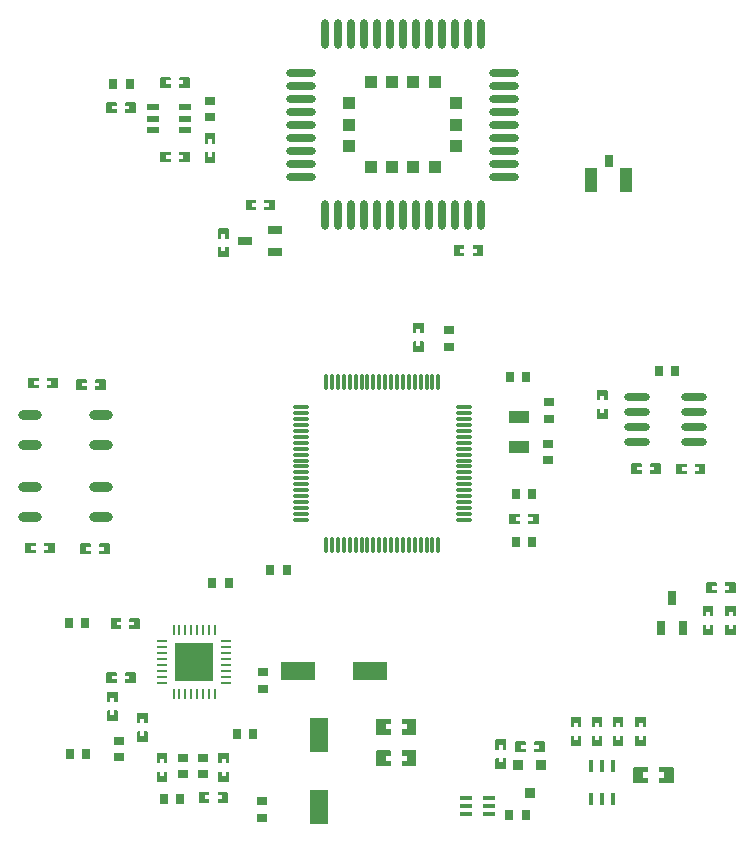
<source format=gbp>
G04*
G04 #@! TF.GenerationSoftware,Altium Limited,Altium Designer,22.0.2 (36)*
G04*
G04 Layer_Color=128*
%FSTAX25Y25*%
%MOIN*%
G70*
G04*
G04 #@! TF.SameCoordinates,0D831988-8BE3-4B2D-80CC-02C8544F8A67*
G04*
G04*
G04 #@! TF.FilePolarity,Positive*
G04*
G01*
G75*
%ADD19R,0.03200X0.03200*%
%ADD22R,0.04921X0.02756*%
%ADD23R,0.03543X0.03150*%
%ADD26R,0.03150X0.03543*%
%ADD31R,0.11811X0.05906*%
%ADD86R,0.05906X0.11811*%
%ADD87R,0.03937X0.07874*%
%ADD88R,0.03150X0.03937*%
%ADD89O,0.01102X0.05906*%
%ADD90O,0.05906X0.01102*%
%ADD91R,0.01575X0.04331*%
%ADD92R,0.03937X0.01654*%
%ADD93R,0.12598X0.12598*%
%ADD94O,0.03937X0.00984*%
%ADD95O,0.00984X0.03937*%
%ADD96O,0.07874X0.03150*%
%ADD97R,0.04331X0.02362*%
%ADD98R,0.03937X0.03937*%
%ADD99O,0.09843X0.02756*%
%ADD100O,0.02756X0.09843*%
%ADD101R,0.06693X0.04134*%
%ADD102R,0.02756X0.04921*%
%ADD103O,0.08661X0.02756*%
G36*
X0070935Y0180991D02*
Y0177841D01*
X0070739Y0177644D01*
X0067628D01*
X0067432Y0177841D01*
Y0178794D01*
X0068928D01*
Y0180093D01*
X0067432D01*
Y0180991D01*
X0067628Y0181187D01*
X0070739D01*
X0070935Y0180991D01*
D02*
G37*
G36*
X0064676D02*
Y0180093D01*
X0063219D01*
Y0178794D01*
X0064676D01*
Y0177841D01*
X0064479Y0177644D01*
X0061329D01*
X0061132Y0177841D01*
Y0180991D01*
X0061329Y0181187D01*
X0064479D01*
X0064676Y0180991D01*
D02*
G37*
G36*
X0052935Y0172575D02*
Y0169425D01*
X0052739Y0169228D01*
X0049628D01*
X0049432Y0169425D01*
Y0170378D01*
X0050928D01*
Y0171677D01*
X0049432D01*
Y0172575D01*
X0049628Y0172772D01*
X0052739D01*
X0052935Y0172575D01*
D02*
G37*
G36*
X0046676D02*
Y0171677D01*
X0045219D01*
Y0170378D01*
X0046676D01*
Y0169425D01*
X0046479Y0169228D01*
X0043329D01*
X0043132Y0169425D01*
Y0172575D01*
X0043329Y0172772D01*
X0046479D01*
X0046676Y0172575D01*
D02*
G37*
G36*
X0079572Y0162258D02*
Y0159108D01*
X0079375Y0158911D01*
X0078478D01*
Y0160368D01*
X0077179D01*
Y0158911D01*
X0076226D01*
X0076029Y0159108D01*
Y0162258D01*
X0076226Y0162455D01*
X0079375D01*
X0079572Y0162258D01*
D02*
G37*
G36*
Y0155959D02*
Y0152848D01*
X0079375Y0152652D01*
X0076226D01*
X0076029Y0152848D01*
Y0155959D01*
X0076226Y0156156D01*
X0077179D01*
Y0154659D01*
X0078478D01*
Y0156156D01*
X0079375D01*
X0079572Y0155959D01*
D02*
G37*
G36*
X0070935Y0156075D02*
Y0152925D01*
X0070739Y0152728D01*
X0067628D01*
X0067432Y0152925D01*
Y0153878D01*
X0068928D01*
Y0155177D01*
X0067432D01*
Y0156075D01*
X0067628Y0156272D01*
X0070739D01*
X0070935Y0156075D01*
D02*
G37*
G36*
X0064676D02*
Y0155177D01*
X0063219D01*
Y0153878D01*
X0064676D01*
Y0152925D01*
X0064479Y0152728D01*
X0061329D01*
X0061132Y0152925D01*
Y0156075D01*
X0061329Y0156272D01*
X0064479D01*
X0064676Y0156075D01*
D02*
G37*
G36*
X0099436Y0140075D02*
Y0136925D01*
X0099239Y0136728D01*
X0096089D01*
X0095892Y0136925D01*
Y0137823D01*
X0097349D01*
Y0139122D01*
X0095892D01*
Y0140075D01*
X0096089Y0140272D01*
X0099239D01*
X0099436Y0140075D01*
D02*
G37*
G36*
X0093136D02*
Y0139122D01*
X009164D01*
Y0137823D01*
X0093136D01*
Y0136925D01*
X009294Y0136728D01*
X0089829D01*
X0089632Y0136925D01*
Y0140075D01*
X0089829Y0140272D01*
X009294D01*
X0093136Y0140075D01*
D02*
G37*
G36*
X0083971Y0130651D02*
Y0127541D01*
X0083774Y0127345D01*
X0082821D01*
Y012884D01*
X0081522D01*
Y0127345D01*
X0080625D01*
X0080428Y0127541D01*
Y0130651D01*
X0080625Y0130848D01*
X0083774D01*
X0083971Y0130651D01*
D02*
G37*
G36*
Y0124392D02*
Y0121242D01*
X0083774Y0121045D01*
X0080625D01*
X0080428Y0121242D01*
Y0124392D01*
X0080625Y0124589D01*
X0081522D01*
Y0123132D01*
X0082821D01*
Y0124589D01*
X0083774D01*
X0083971Y0124392D01*
D02*
G37*
G36*
X0168848Y0124875D02*
Y0121726D01*
X0168651Y0121529D01*
X0165541D01*
X0165345Y0121726D01*
Y0122679D01*
X0166841D01*
Y0123978D01*
X0165345D01*
Y0124875D01*
X0165541Y0125072D01*
X0168651D01*
X0168848Y0124875D01*
D02*
G37*
G36*
X0162589D02*
Y0123978D01*
X0161132D01*
Y0122679D01*
X0162589D01*
Y0121726D01*
X0162392Y0121529D01*
X0159242D01*
X0159045Y0121726D01*
Y0124875D01*
X0159242Y0125072D01*
X0162392D01*
X0162589Y0124875D01*
D02*
G37*
G36*
X0148971Y0099151D02*
Y0096041D01*
X0148774Y0095845D01*
X0147821D01*
Y0097341D01*
X0146522D01*
Y0095845D01*
X0145624D01*
X0145428Y0096041D01*
Y0099151D01*
X0145624Y0099348D01*
X0148774D01*
X0148971Y0099151D01*
D02*
G37*
G36*
Y0092892D02*
Y0089742D01*
X0148774Y0089545D01*
X0145624D01*
X0145428Y0089742D01*
Y0092892D01*
X0145624Y0093089D01*
X0146522D01*
Y0091632D01*
X0147821D01*
Y0093089D01*
X0148774D01*
X0148971Y0092892D01*
D02*
G37*
G36*
X0026955Y0080774D02*
Y0077624D01*
X0026758Y0077428D01*
X0023608D01*
X0023411Y0077624D01*
Y0078522D01*
X0024868D01*
Y0079821D01*
X0023411D01*
Y0080774D01*
X0023608Y0080971D01*
X0026758D01*
X0026955Y0080774D01*
D02*
G37*
G36*
X0020655D02*
Y0079821D01*
X001916D01*
Y0078522D01*
X0020655D01*
Y0077624D01*
X0020459Y0077428D01*
X0017348D01*
X0017152Y0077624D01*
Y0080774D01*
X0017348Y0080971D01*
X0020459D01*
X0020655Y0080774D01*
D02*
G37*
G36*
X0042955Y0080274D02*
Y0077125D01*
X0042758Y0076928D01*
X0039608D01*
X0039411Y0077125D01*
Y0078022D01*
X0040868D01*
Y0079321D01*
X0039411D01*
Y0080274D01*
X0039608Y0080471D01*
X0042758D01*
X0042955Y0080274D01*
D02*
G37*
G36*
X0036656D02*
Y0079321D01*
X003516D01*
Y0078022D01*
X0036656D01*
Y0077125D01*
X0036459Y0076928D01*
X0033349D01*
X0033152Y0077125D01*
Y0080274D01*
X0033349Y0080471D01*
X0036459D01*
X0036656Y0080274D01*
D02*
G37*
G36*
X0210272Y0076671D02*
Y007356D01*
X0210075Y0073364D01*
X0209122D01*
Y007486D01*
X0207823D01*
Y0073364D01*
X0206925D01*
X0206728Y007356D01*
Y0076671D01*
X0206925Y0076868D01*
X0210075D01*
X0210272Y0076671D01*
D02*
G37*
G36*
Y0070411D02*
Y0067261D01*
X0210075Y0067064D01*
X0206925D01*
X0206728Y0067261D01*
Y0070411D01*
X0206925Y0070608D01*
X0207823D01*
Y0069151D01*
X0209122D01*
Y0070608D01*
X0210075D01*
X0210272Y0070411D01*
D02*
G37*
G36*
X0227955Y0052274D02*
Y0049125D01*
X0227758Y0048928D01*
X0224608D01*
X0224411Y0049125D01*
Y0050022D01*
X0225868D01*
Y0051321D01*
X0224411D01*
Y0052274D01*
X0224608Y0052471D01*
X0227758D01*
X0227955Y0052274D01*
D02*
G37*
G36*
X0221656D02*
Y0051321D01*
X022016D01*
Y0050022D01*
X0221656D01*
Y0049125D01*
X0221459Y0048928D01*
X0218349D01*
X0218152Y0049125D01*
Y0052274D01*
X0218349Y0052471D01*
X0221459D01*
X0221656Y0052274D01*
D02*
G37*
G36*
X0242867Y0052075D02*
Y0048925D01*
X0242671Y0048728D01*
X023956D01*
X0239364Y0048925D01*
Y0049878D01*
X024086D01*
Y0051177D01*
X0239364D01*
Y0052075D01*
X023956Y0052272D01*
X0242671D01*
X0242867Y0052075D01*
D02*
G37*
G36*
X0236608D02*
Y0051177D01*
X0235151D01*
Y0049878D01*
X0236608D01*
Y0048925D01*
X0236411Y0048728D01*
X0233261D01*
X0233064Y0048925D01*
Y0052075D01*
X0233261Y0052272D01*
X0236411D01*
X0236608Y0052075D01*
D02*
G37*
G36*
X0187348Y0035375D02*
Y0032226D01*
X0187152Y0032029D01*
X0184041D01*
X0183844Y0032226D01*
Y0033179D01*
X018534D01*
Y0034478D01*
X0183844D01*
Y0035375D01*
X0184041Y0035572D01*
X0187152D01*
X0187348Y0035375D01*
D02*
G37*
G36*
X0181089D02*
Y0034478D01*
X0179632D01*
Y0033179D01*
X0181089D01*
Y0032226D01*
X0180892Y0032029D01*
X0177742D01*
X0177545Y0032226D01*
Y0035375D01*
X0177742Y0035572D01*
X0180892D01*
X0181089Y0035375D01*
D02*
G37*
G36*
X0025955Y0025774D02*
Y0022625D01*
X0025758Y0022428D01*
X0022608D01*
X0022411Y0022625D01*
Y0023522D01*
X0023868D01*
Y0024821D01*
X0022411D01*
Y0025774D01*
X0022608Y0025971D01*
X0025758D01*
X0025955Y0025774D01*
D02*
G37*
G36*
X0019656D02*
Y0024821D01*
X0018159D01*
Y0023522D01*
X0019656D01*
Y0022625D01*
X0019459Y0022428D01*
X0016349D01*
X0016152Y0022625D01*
Y0025774D01*
X0016349Y0025971D01*
X0019459D01*
X0019656Y0025774D01*
D02*
G37*
G36*
X0044368Y0025575D02*
Y0022425D01*
X0044171Y0022228D01*
X0041021D01*
X0040824Y0022425D01*
Y0023323D01*
X0042281D01*
Y0024622D01*
X0040824D01*
Y0025575D01*
X0041021Y0025772D01*
X0044171D01*
X0044368Y0025575D01*
D02*
G37*
G36*
X0038068D02*
Y0024622D01*
X0036572D01*
Y0023323D01*
X0038068D01*
Y0022425D01*
X0037872Y0022228D01*
X0034761D01*
X0034565Y0022425D01*
Y0025575D01*
X0034761Y0025772D01*
X0037872D01*
X0038068Y0025575D01*
D02*
G37*
G36*
X0252936Y0012575D02*
Y0009425D01*
X0252739Y0009228D01*
X0249589D01*
X0249392Y0009425D01*
Y0010323D01*
X0250849D01*
Y0011622D01*
X0249392D01*
Y0012575D01*
X0249589Y0012772D01*
X0252739D01*
X0252936Y0012575D01*
D02*
G37*
G36*
X0246636D02*
Y0011622D01*
X024514D01*
Y0010323D01*
X0246636D01*
Y0009425D01*
X024644Y0009228D01*
X0243329D01*
X0243132Y0009425D01*
Y0012575D01*
X0243329Y0012772D01*
X024644D01*
X0246636Y0012575D01*
D02*
G37*
G36*
X0253091Y0004714D02*
Y0001564D01*
X0252894Y0001368D01*
X0251996D01*
Y0002824D01*
X0250697D01*
Y0001368D01*
X0249744D01*
X0249547Y0001564D01*
Y0004714D01*
X0249744Y0004911D01*
X0252894D01*
X0253091Y0004714D01*
D02*
G37*
G36*
X024559D02*
Y0001564D01*
X0245394Y0001368D01*
X0244496D01*
Y0002824D01*
X0243197D01*
Y0001368D01*
X0242244D01*
X0242047Y0001564D01*
Y0004714D01*
X0242244Y0004911D01*
X0245394D01*
X024559Y0004714D01*
D02*
G37*
G36*
X0054435Y0000575D02*
Y-0002575D01*
X0054239Y-0002772D01*
X0051128D01*
X0050932Y-0002575D01*
Y-0001622D01*
X0052428D01*
Y-0000323D01*
X0050932D01*
Y0000575D01*
X0051128Y0000772D01*
X0054239D01*
X0054435Y0000575D01*
D02*
G37*
G36*
X0048176D02*
Y-0000323D01*
X0046719D01*
Y-0001622D01*
X0048176D01*
Y-0002575D01*
X0047979Y-0002772D01*
X0044829D01*
X0044632Y-0002575D01*
Y0000575D01*
X0044829Y0000772D01*
X0047979D01*
X0048176Y0000575D01*
D02*
G37*
G36*
X0253091Y-0001585D02*
Y-0004695D01*
X0252894Y-0004892D01*
X0249744D01*
X0249547Y-0004695D01*
Y-0001585D01*
X0249744Y-0001388D01*
X0250697D01*
Y-0002884D01*
X0251996D01*
Y-0001388D01*
X0252894D01*
X0253091Y-0001585D01*
D02*
G37*
G36*
X024559D02*
Y-0004695D01*
X0245394Y-0004892D01*
X0242244D01*
X0242047Y-0004695D01*
Y-0001585D01*
X0242244Y-0001388D01*
X0243197D01*
Y-0002884D01*
X0244496D01*
Y-0001388D01*
X0245394D01*
X024559Y-0001585D01*
D02*
G37*
G36*
X0052935Y-0017425D02*
Y-0020575D01*
X0052739Y-0020772D01*
X0049628D01*
X0049432Y-0020575D01*
Y-0019622D01*
X0050928D01*
Y-0018323D01*
X0049432D01*
Y-0017425D01*
X0049628Y-0017228D01*
X0052739D01*
X0052935Y-0017425D01*
D02*
G37*
G36*
X0046676D02*
Y-0018323D01*
X0045219D01*
Y-0019622D01*
X0046676D01*
Y-0020575D01*
X0046479Y-0020772D01*
X0043329D01*
X0043132Y-0020575D01*
Y-0017425D01*
X0043329Y-0017228D01*
X0046479D01*
X0046676Y-0017425D01*
D02*
G37*
G36*
X0046971Y-0023848D02*
Y-0026959D01*
X0046774Y-0027156D01*
X0045821D01*
Y-0025659D01*
X0044522D01*
Y-0027156D01*
X0043624D01*
X0043428Y-0026959D01*
Y-0023848D01*
X0043624Y-0023652D01*
X0046774D01*
X0046971Y-0023848D01*
D02*
G37*
G36*
Y-0030108D02*
Y-0033258D01*
X0046774Y-0033455D01*
X0043624D01*
X0043428Y-0033258D01*
Y-0030108D01*
X0043624Y-0029911D01*
X0044522D01*
Y-0031368D01*
X0045821D01*
Y-0029911D01*
X0046774D01*
X0046971Y-0030108D01*
D02*
G37*
G36*
X0056971Y-0030849D02*
Y-0033959D01*
X0056774Y-0034155D01*
X0055821D01*
Y-003266D01*
X0054522D01*
Y-0034155D01*
X0053624D01*
X0053428Y-0033959D01*
Y-0030849D01*
X0053624Y-0030652D01*
X0056774D01*
X0056971Y-0030849D01*
D02*
G37*
G36*
X0223072Y-0032242D02*
Y-0035392D01*
X0222875Y-0035589D01*
X0221978D01*
Y-0034132D01*
X0220679D01*
Y-0035589D01*
X0219726D01*
X0219529Y-0035392D01*
Y-0032242D01*
X0219726Y-0032045D01*
X0222875D01*
X0223072Y-0032242D01*
D02*
G37*
G36*
X0215572D02*
Y-0035392D01*
X0215375Y-0035589D01*
X0214478D01*
Y-0034132D01*
X0213179D01*
Y-0035589D01*
X0212226D01*
X0212029Y-0035392D01*
Y-0032242D01*
X0212226Y-0032045D01*
X0215375D01*
X0215572Y-0032242D01*
D02*
G37*
G36*
X0208572D02*
Y-0035392D01*
X0208376Y-0035589D01*
X0207478D01*
Y-0034132D01*
X0206179D01*
Y-0035589D01*
X0205226D01*
X0205029Y-0035392D01*
Y-0032242D01*
X0205226Y-0032045D01*
X0208376D01*
X0208572Y-0032242D01*
D02*
G37*
G36*
X0201572D02*
Y-0035392D01*
X0201376Y-0035589D01*
X0200478D01*
Y-0034132D01*
X0199179D01*
Y-0035589D01*
X0198226D01*
X0198029Y-0035392D01*
Y-0032242D01*
X0198226Y-0032045D01*
X0201376D01*
X0201572Y-0032242D01*
D02*
G37*
G36*
X0146527Y-0032891D02*
Y-003793D01*
X014633Y-0038127D01*
X0141802D01*
X0141605Y-003793D01*
X0141625Y-0036316D01*
X0143357D01*
Y-0034544D01*
X0141605D01*
X0141605Y-0032891D01*
X0141802Y-0032694D01*
X014633D01*
X0146527Y-0032891D01*
D02*
G37*
G36*
X0138062D02*
X0138042Y-0034544D01*
X013631D01*
Y-0036316D01*
X0138082D01*
X0138062Y-003793D01*
X0137865Y-0038127D01*
X0133337D01*
X0133141Y-003793D01*
Y-0032891D01*
X0133337Y-0032694D01*
X0137865D01*
X0138062Y-0032891D01*
D02*
G37*
G36*
X0056971Y-0037108D02*
Y-0040258D01*
X0056774Y-0040455D01*
X0053624D01*
X0053428Y-0040258D01*
Y-0037108D01*
X0053624Y-0036911D01*
X0054522D01*
Y-0038368D01*
X0055821D01*
Y-0036911D01*
X0056774D01*
X0056971Y-0037108D01*
D02*
G37*
G36*
X0223072Y-0038541D02*
Y-0041651D01*
X0222875Y-0041848D01*
X0219726D01*
X0219529Y-0041651D01*
Y-0038541D01*
X0219726Y-0038344D01*
X0220679D01*
Y-003984D01*
X0221978D01*
Y-0038344D01*
X0222875D01*
X0223072Y-0038541D01*
D02*
G37*
G36*
X0215572D02*
Y-0041651D01*
X0215375Y-0041848D01*
X0212226D01*
X0212029Y-0041651D01*
Y-0038541D01*
X0212226Y-0038344D01*
X0213179D01*
Y-003984D01*
X0214478D01*
Y-0038344D01*
X0215375D01*
X0215572Y-0038541D01*
D02*
G37*
G36*
X0208572D02*
Y-0041651D01*
X0208376Y-0041848D01*
X0205226D01*
X0205029Y-0041651D01*
Y-0038541D01*
X0205226Y-0038344D01*
X0206179D01*
Y-003984D01*
X0207478D01*
Y-0038344D01*
X0208376D01*
X0208572Y-0038541D01*
D02*
G37*
G36*
X0201572D02*
Y-0041651D01*
X0201376Y-0041848D01*
X0198226D01*
X0198029Y-0041651D01*
Y-0038541D01*
X0198226Y-0038344D01*
X0199179D01*
Y-003984D01*
X0200478D01*
Y-0038344D01*
X0201376D01*
X0201572Y-0038541D01*
D02*
G37*
G36*
X0176471Y-0039748D02*
Y-0042859D01*
X0176274Y-0043055D01*
X0175321D01*
Y-0041559D01*
X0174022D01*
Y-0043055D01*
X0173125D01*
X0172928Y-0042859D01*
Y-0039748D01*
X0173125Y-0039552D01*
X0176274D01*
X0176471Y-0039748D01*
D02*
G37*
G36*
X0189355Y-0040426D02*
Y-0043576D01*
X0189158Y-0043772D01*
X0186008D01*
X0185811Y-0043576D01*
Y-0042678D01*
X0187268D01*
Y-0041379D01*
X0185811D01*
Y-0040426D01*
X0186008Y-0040229D01*
X0189158D01*
X0189355Y-0040426D01*
D02*
G37*
G36*
X0183055D02*
Y-0041379D01*
X018156D01*
Y-0042678D01*
X0183055D01*
Y-0043576D01*
X0182859Y-0043772D01*
X0179748D01*
X0179552Y-0043576D01*
Y-0040426D01*
X0179748Y-0040229D01*
X0182859D01*
X0183055Y-0040426D01*
D02*
G37*
G36*
X0176471Y-0046008D02*
Y-0049158D01*
X0176274Y-0049355D01*
X0173125D01*
X0172928Y-0049158D01*
Y-0046008D01*
X0173125Y-0045811D01*
X0174022D01*
Y-0047268D01*
X0175321D01*
Y-0045811D01*
X0176274D01*
X0176471Y-0046008D01*
D02*
G37*
G36*
X0084072Y-0044242D02*
Y-0047392D01*
X0083876Y-0047589D01*
X0082978D01*
Y-0046132D01*
X0081679D01*
Y-0047589D01*
X0080726D01*
X0080529Y-0047392D01*
Y-0044242D01*
X0080726Y-0044045D01*
X0083876D01*
X0084072Y-0044242D01*
D02*
G37*
G36*
X0063572D02*
Y-0047392D01*
X0063376Y-0047589D01*
X0062478D01*
Y-0046132D01*
X0061179D01*
Y-0047589D01*
X0060226D01*
X0060029Y-0047392D01*
Y-0044242D01*
X0060226Y-0044045D01*
X0063376D01*
X0063572Y-0044242D01*
D02*
G37*
G36*
X0146527Y-0043391D02*
Y-004843D01*
X014633Y-0048627D01*
X0141802D01*
X0141605Y-004843D01*
X0141625Y-0046816D01*
X0143357D01*
Y-0045044D01*
X0141605D01*
X0141605Y-0043391D01*
X0141802Y-0043194D01*
X014633D01*
X0146527Y-0043391D01*
D02*
G37*
G36*
X0138062D02*
X0138042Y-0045044D01*
X013631D01*
Y-0046816D01*
X0138082D01*
X0138062Y-004843D01*
X0137865Y-0048627D01*
X0133337D01*
X0133141Y-004843D01*
Y-0043391D01*
X0133337Y-0043194D01*
X0137865D01*
X0138062Y-0043391D01*
D02*
G37*
G36*
X0084072Y-0050541D02*
Y-0053651D01*
X0083876Y-0053848D01*
X0080726D01*
X0080529Y-0053651D01*
Y-0050541D01*
X0080726Y-0050345D01*
X0081679D01*
Y-0051841D01*
X0082978D01*
Y-0050345D01*
X0083876D01*
X0084072Y-0050541D01*
D02*
G37*
G36*
X0063572D02*
Y-0053651D01*
X0063376Y-0053848D01*
X0060226D01*
X0060029Y-0053651D01*
Y-0050541D01*
X0060226Y-0050345D01*
X0061179D01*
Y-0051841D01*
X0062478D01*
Y-0050345D01*
X0063376D01*
X0063572Y-0050541D01*
D02*
G37*
G36*
X0232277Y-004899D02*
Y-005403D01*
X0232081Y-0054226D01*
X0227553D01*
X0227356Y-005403D01*
X0227376Y-0052376D01*
X0229108D01*
Y-0050605D01*
X0227336D01*
X0227356Y-004899D01*
X0227553Y-0048793D01*
X0232081D01*
X0232277Y-004899D01*
D02*
G37*
G36*
X0223813D02*
X0223793Y-0050605D01*
X0222061D01*
Y-0052376D01*
X0223813D01*
X0223813Y-005403D01*
X0223616Y-0054226D01*
X0219089D01*
X0218892Y-005403D01*
Y-004899D01*
X0219089Y-0048793D01*
X0223616D01*
X0223813Y-004899D01*
D02*
G37*
G36*
X0083792Y-0057345D02*
Y-0060495D01*
X0083595Y-0060691D01*
X0080485D01*
X0080288Y-0060495D01*
Y-0059542D01*
X0081784D01*
Y-0058243D01*
X0080288D01*
Y-0057345D01*
X0080485Y-0057148D01*
X0083595D01*
X0083792Y-0057345D01*
D02*
G37*
G36*
X0077532D02*
Y-0058243D01*
X0076076D01*
Y-0059542D01*
X0077532D01*
Y-0060495D01*
X0077336Y-0060691D01*
X0074186D01*
X0073989Y-0060495D01*
Y-0057345D01*
X0074186Y-0057148D01*
X0077336D01*
X0077532Y-0057345D01*
D02*
G37*
D19*
X018056Y-0048176D02*
D03*
X018804D02*
D03*
X01843Y-0057624D02*
D03*
D22*
X0089579Y01265D02*
D03*
X0099421Y012276D02*
D03*
Y013024D02*
D03*
D23*
X0095219Y-0060311D02*
D03*
Y-0065823D02*
D03*
X0068781Y-0045777D02*
D03*
Y-0051289D02*
D03*
X0075281Y-0045777D02*
D03*
Y-0051289D02*
D03*
X0095281Y-0017277D02*
D03*
Y-0022789D02*
D03*
X00475Y-00455D02*
D03*
Y-0039988D02*
D03*
X0077781Y0167711D02*
D03*
Y0173223D02*
D03*
X0157281Y0096723D02*
D03*
Y0091211D02*
D03*
X01905Y0053488D02*
D03*
Y0059D02*
D03*
X0190719Y0067277D02*
D03*
Y0072789D02*
D03*
D26*
X0183023Y-0064681D02*
D03*
X0177511D02*
D03*
X0092223Y-0037781D02*
D03*
X0086711D02*
D03*
X0062321Y-0059336D02*
D03*
X0067833D02*
D03*
X00365Y-00445D02*
D03*
X0030988D02*
D03*
X0097777Y0016781D02*
D03*
X0103289D02*
D03*
X0084Y00125D02*
D03*
X0078488D02*
D03*
X0036223Y-0000781D02*
D03*
X0030711D02*
D03*
X0051Y0179D02*
D03*
X0045488D02*
D03*
X0185223Y0042219D02*
D03*
X0179711D02*
D03*
X0177677Y0081281D02*
D03*
X0183189D02*
D03*
X0232789Y0083281D02*
D03*
X0227277D02*
D03*
X0179711Y0026219D02*
D03*
X0185223D02*
D03*
D31*
X01071Y-00168D02*
D03*
X01312D02*
D03*
D86*
X01142Y-00622D02*
D03*
Y-00381D02*
D03*
D87*
X0204695Y0147D02*
D03*
X0216506D02*
D03*
D88*
X02106Y0153102D02*
D03*
D89*
X0153874Y0025169D02*
D03*
X0116472D02*
D03*
Y00795D02*
D03*
X0153874D02*
D03*
X0151906Y0025169D02*
D03*
X0149937D02*
D03*
X0147968D02*
D03*
X0146D02*
D03*
X0144032D02*
D03*
X0142063D02*
D03*
X0140094D02*
D03*
X0138126D02*
D03*
X0136158D02*
D03*
X0134189D02*
D03*
X013222D02*
D03*
X0130252D02*
D03*
X0128284D02*
D03*
X0126315D02*
D03*
X0124346D02*
D03*
X0122378D02*
D03*
X0120409D02*
D03*
X0118441D02*
D03*
Y00795D02*
D03*
X0120409D02*
D03*
X0122378D02*
D03*
X0124346D02*
D03*
X0126315D02*
D03*
X0128284D02*
D03*
X0130252D02*
D03*
X013222D02*
D03*
X0134189D02*
D03*
X0136158D02*
D03*
X0138126D02*
D03*
X0140094D02*
D03*
X0142063D02*
D03*
X0144032D02*
D03*
X0146D02*
D03*
X0147968D02*
D03*
X0149937D02*
D03*
X0151906D02*
D03*
D90*
X0162339Y0033634D02*
D03*
X0108008D02*
D03*
Y0071035D02*
D03*
X0162339D02*
D03*
Y0069067D02*
D03*
Y0067098D02*
D03*
Y006513D02*
D03*
Y0063161D02*
D03*
Y0061193D02*
D03*
Y0059224D02*
D03*
Y0057256D02*
D03*
Y0055287D02*
D03*
Y0053319D02*
D03*
Y005135D02*
D03*
Y0049382D02*
D03*
Y0047413D02*
D03*
Y0045445D02*
D03*
Y0043476D02*
D03*
Y0041508D02*
D03*
Y0039539D02*
D03*
Y0037571D02*
D03*
Y0035602D02*
D03*
X0108008D02*
D03*
Y0037571D02*
D03*
Y0039539D02*
D03*
Y0041508D02*
D03*
Y0043476D02*
D03*
Y0045445D02*
D03*
Y0047413D02*
D03*
Y0049382D02*
D03*
Y005135D02*
D03*
Y0053319D02*
D03*
Y0055287D02*
D03*
Y0057256D02*
D03*
Y0059224D02*
D03*
Y0061193D02*
D03*
Y0063161D02*
D03*
Y006513D02*
D03*
Y0067098D02*
D03*
Y0069067D02*
D03*
D91*
X0212258Y-0048488D02*
D03*
X0208518D02*
D03*
X0204778D02*
D03*
Y-0059512D02*
D03*
X0208518D02*
D03*
X0212258D02*
D03*
D92*
X0162961Y-00618D02*
D03*
Y-0059241D02*
D03*
Y-0064359D02*
D03*
X0170639D02*
D03*
Y-00618D02*
D03*
Y-0059241D02*
D03*
D93*
X0072516Y-001387D02*
D03*
D94*
X0061886Y-002076D02*
D03*
Y-0018791D02*
D03*
Y-0016823D02*
D03*
Y-0014854D02*
D03*
Y-0012886D02*
D03*
Y-0010917D02*
D03*
Y-0008949D02*
D03*
Y-000698D02*
D03*
X0083146Y-000698D02*
D03*
Y-0008949D02*
D03*
Y-0010917D02*
D03*
Y-0012886D02*
D03*
Y-0014854D02*
D03*
Y-0016823D02*
D03*
Y-0018791D02*
D03*
Y-002076D02*
D03*
D95*
X0065626Y-000324D02*
D03*
X0067594D02*
D03*
X0069563D02*
D03*
X0071531D02*
D03*
X00735D02*
D03*
X0075468D02*
D03*
X0077437D02*
D03*
X0079405D02*
D03*
Y-00245D02*
D03*
X0077437D02*
D03*
X0075468D02*
D03*
X00735D02*
D03*
X0071531D02*
D03*
X0069563D02*
D03*
X0067594D02*
D03*
X0065626D02*
D03*
D96*
X0041311Y00345D02*
D03*
Y00445D02*
D03*
X0017689D02*
D03*
Y00345D02*
D03*
X0041311Y00585D02*
D03*
Y00685D02*
D03*
X0017689D02*
D03*
Y00585D02*
D03*
D97*
X005868Y0171022D02*
D03*
Y0167282D02*
D03*
Y0163542D02*
D03*
X006931D02*
D03*
Y0167282D02*
D03*
Y0171022D02*
D03*
D98*
X0159687Y0158187D02*
D03*
Y0165273D02*
D03*
Y017236D02*
D03*
X01526Y0179446D02*
D03*
X0145513D02*
D03*
X0138427D02*
D03*
X013134D02*
D03*
X0124254Y017236D02*
D03*
Y0165273D02*
D03*
Y0158187D02*
D03*
X013134Y01511D02*
D03*
X0138427D02*
D03*
X0145513D02*
D03*
X01526D02*
D03*
D99*
X0175828Y014795D02*
D03*
Y0152281D02*
D03*
Y0156612D02*
D03*
Y0160942D02*
D03*
Y0165273D02*
D03*
Y0169604D02*
D03*
Y0173935D02*
D03*
Y0178265D02*
D03*
Y0182596D02*
D03*
X0108112D02*
D03*
Y0178265D02*
D03*
Y0173935D02*
D03*
Y0169604D02*
D03*
Y0165273D02*
D03*
Y0160942D02*
D03*
Y0156612D02*
D03*
Y0152281D02*
D03*
Y014795D02*
D03*
D100*
X0167954Y0195391D02*
D03*
X0163624D02*
D03*
X0159293D02*
D03*
X0154962D02*
D03*
X0150631D02*
D03*
X0146301D02*
D03*
X014197D02*
D03*
X0137639D02*
D03*
X0133309D02*
D03*
X0128978D02*
D03*
X0124647D02*
D03*
X0120317D02*
D03*
X0115986D02*
D03*
Y0135155D02*
D03*
X0120317D02*
D03*
X0124647D02*
D03*
X0128978D02*
D03*
X0133309D02*
D03*
X0137639D02*
D03*
X014197D02*
D03*
X0146301D02*
D03*
X0150631D02*
D03*
X0154962D02*
D03*
X0159293D02*
D03*
X0163624D02*
D03*
X0167954D02*
D03*
D101*
X0180808Y0068011D02*
D03*
Y0057972D02*
D03*
D102*
X0231819Y0007465D02*
D03*
X0228079Y-0002378D02*
D03*
X0235559D02*
D03*
D103*
X0220163Y0059674D02*
D03*
Y0064674D02*
D03*
Y0069674D02*
D03*
Y0074674D02*
D03*
X0239061Y0059674D02*
D03*
Y0064674D02*
D03*
Y0069674D02*
D03*
Y0074674D02*
D03*
M02*

</source>
